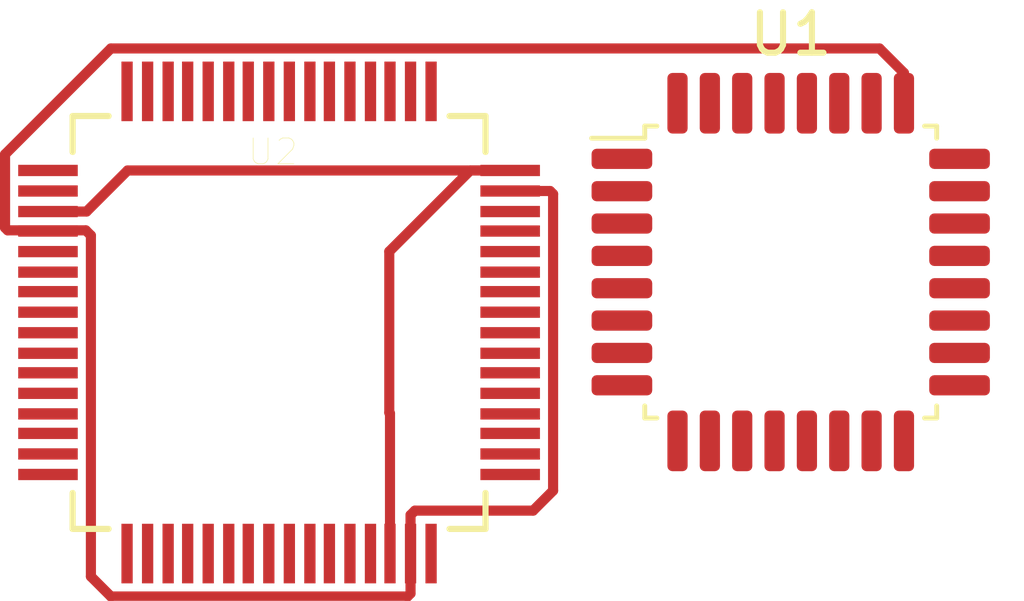
<source format=kicad_pcb>
(kicad_pcb (version 20171130) (host pcbnew "(5.1.6-0-10_14)")

  (general
    (thickness 1.6)
    (drawings 0)
    (tracks 28)
    (zones 0)
    (modules 2)
    (nets 92)
  )

  (page A4)
  (layers
    (0 F.Cu signal)
    (31 B.Cu signal)
    (32 B.Adhes user)
    (33 F.Adhes user)
    (34 B.Paste user)
    (35 F.Paste user)
    (36 B.SilkS user)
    (37 F.SilkS user)
    (38 B.Mask user)
    (39 F.Mask user)
    (40 Dwgs.User user)
    (41 Cmts.User user)
    (42 Eco1.User user)
    (43 Eco2.User user)
    (44 Edge.Cuts user)
    (45 Margin user)
    (46 B.CrtYd user)
    (47 F.CrtYd user)
    (48 B.Fab user)
    (49 F.Fab user)
  )

  (setup
    (last_trace_width 0.25)
    (trace_clearance 0.2)
    (zone_clearance 0.508)
    (zone_45_only no)
    (trace_min 0.2)
    (via_size 0.8)
    (via_drill 0.4)
    (via_min_size 0.4)
    (via_min_drill 0.3)
    (uvia_size 0.3)
    (uvia_drill 0.1)
    (uvias_allowed no)
    (uvia_min_size 0.2)
    (uvia_min_drill 0.1)
    (edge_width 0.05)
    (segment_width 0.2)
    (pcb_text_width 0.3)
    (pcb_text_size 1.5 1.5)
    (mod_edge_width 0.12)
    (mod_text_size 1 1)
    (mod_text_width 0.15)
    (pad_size 1.524 1.524)
    (pad_drill 0.762)
    (pad_to_mask_clearance 0.05)
    (aux_axis_origin 0 0)
    (visible_elements FFFFFF7F)
    (pcbplotparams
      (layerselection 0x010fc_ffffffff)
      (usegerberextensions false)
      (usegerberattributes true)
      (usegerberadvancedattributes true)
      (creategerberjobfile true)
      (excludeedgelayer true)
      (linewidth 0.100000)
      (plotframeref false)
      (viasonmask false)
      (mode 1)
      (useauxorigin false)
      (hpglpennumber 1)
      (hpglpenspeed 20)
      (hpglpendiameter 15.000000)
      (psnegative false)
      (psa4output false)
      (plotreference true)
      (plotvalue true)
      (plotinvisibletext false)
      (padsonsilk false)
      (subtractmaskfromsilk false)
      (outputformat 1)
      (mirror false)
      (drillshape 1)
      (scaleselection 1)
      (outputdirectory ""))
  )

  (net 0 "")
  (net 1 "Net-(U1-Pad1)")
  (net 2 "Net-(U1-Pad2)")
  (net 3 "Net-(U1-Pad3)")
  (net 4 "Net-(U1-Pad4)")
  (net 5 "Net-(U1-Pad5)")
  (net 6 "Net-(U1-Pad6)")
  (net 7 "Net-(U1-Pad7)")
  (net 8 "Net-(U1-Pad8)")
  (net 9 "Net-(U1-Pad9)")
  (net 10 "Net-(U1-Pad10)")
  (net 11 "Net-(U1-Pad11)")
  (net 12 "Net-(U1-Pad12)")
  (net 13 "Net-(U1-Pad13)")
  (net 14 "Net-(U1-Pad14)")
  (net 15 "Net-(U1-Pad15)")
  (net 16 "Net-(U1-Pad16)")
  (net 17 "Net-(U1-Pad17)")
  (net 18 "Net-(U1-Pad18)")
  (net 19 "Net-(U1-Pad19)")
  (net 20 "Net-(U1-Pad20)")
  (net 21 "Net-(U1-Pad21)")
  (net 22 "Net-(U1-Pad22)")
  (net 23 "Net-(U1-Pad23)")
  (net 24 "Net-(U1-Pad24)")
  (net 25 "Net-(U1-Pad25)")
  (net 26 "Net-(U1-Pad26)")
  (net 27 "Net-(U1-Pad27)")
  (net 28 "Net-(U1-Pad28)")
  (net 29 "Net-(U1-Pad29)")
  (net 30 "Net-(U1-Pad30)")
  (net 31 "Net-(U1-Pad31)")
  (net 32 "Net-(U1-Pad32)")
  (net 33 "Net-(U2-Pad1)")
  (net 34 "Net-(U2-Pad2)")
  (net 35 "Net-(U2-Pad3)")
  (net 36 "Net-(U2-Pad5)")
  (net 37 "Net-(U2-Pad6)")
  (net 38 "Net-(U2-Pad7)")
  (net 39 "Net-(U2-Pad8)")
  (net 40 "Net-(U2-Pad9)")
  (net 41 "Net-(U2-Pad10)")
  (net 42 "Net-(U2-Pad11)")
  (net 43 "Net-(U2-Pad12)")
  (net 44 "Net-(U2-Pad13)")
  (net 45 "Net-(U2-Pad14)")
  (net 46 "Net-(U2-Pad15)")
  (net 47 "Net-(U2-Pad16)")
  (net 48 "Net-(U2-Pad17)")
  (net 49 "Net-(U2-Pad18)")
  (net 50 "Net-(U2-Pad19)")
  (net 51 "Net-(U2-Pad20)")
  (net 52 "Net-(U2-Pad21)")
  (net 53 "Net-(U2-Pad22)")
  (net 54 "Net-(U2-Pad23)")
  (net 55 "Net-(U2-Pad24)")
  (net 56 "Net-(U2-Pad25)")
  (net 57 "Net-(U2-Pad26)")
  (net 58 "Net-(U2-Pad27)")
  (net 59 "Net-(U2-Pad28)")
  (net 60 "Net-(U2-Pad29)")
  (net 61 "Net-(U2-Pad32)")
  (net 62 "Net-(U2-Pad33)")
  (net 63 "Net-(U2-Pad34)")
  (net 64 "Net-(U2-Pad35)")
  (net 65 "Net-(U2-Pad36)")
  (net 66 "Net-(U2-Pad37)")
  (net 67 "Net-(U2-Pad38)")
  (net 68 "Net-(U2-Pad39)")
  (net 69 "Net-(U2-Pad40)")
  (net 70 "Net-(U2-Pad41)")
  (net 71 "Net-(U2-Pad42)")
  (net 72 "Net-(U2-Pad43)")
  (net 73 "Net-(U2-Pad44)")
  (net 74 "Net-(U2-Pad45)")
  (net 75 "Net-(U2-Pad46)")
  (net 76 "Net-(U2-Pad49)")
  (net 77 "Net-(U2-Pad50)")
  (net 78 "Net-(U2-Pad51)")
  (net 79 "Net-(U2-Pad52)")
  (net 80 "Net-(U2-Pad53)")
  (net 81 "Net-(U2-Pad54)")
  (net 82 "Net-(U2-Pad55)")
  (net 83 "Net-(U2-Pad56)")
  (net 84 "Net-(U2-Pad57)")
  (net 85 "Net-(U2-Pad58)")
  (net 86 "Net-(U2-Pad59)")
  (net 87 "Net-(U2-Pad60)")
  (net 88 "Net-(U2-Pad61)")
  (net 89 "Net-(U2-Pad62)")
  (net 90 "Net-(U2-Pad63)")
  (net 91 "Net-(U2-Pad64)")

  (net_class Default "This is the default net class."
    (clearance 0.2)
    (trace_width 0.25)
    (via_dia 0.8)
    (via_drill 0.4)
    (uvia_dia 0.3)
    (uvia_drill 0.1)
    (add_net "Net-(U1-Pad1)")
    (add_net "Net-(U1-Pad10)")
    (add_net "Net-(U1-Pad11)")
    (add_net "Net-(U1-Pad12)")
    (add_net "Net-(U1-Pad13)")
    (add_net "Net-(U1-Pad14)")
    (add_net "Net-(U1-Pad15)")
    (add_net "Net-(U1-Pad16)")
    (add_net "Net-(U1-Pad17)")
    (add_net "Net-(U1-Pad18)")
    (add_net "Net-(U1-Pad19)")
    (add_net "Net-(U1-Pad2)")
    (add_net "Net-(U1-Pad20)")
    (add_net "Net-(U1-Pad21)")
    (add_net "Net-(U1-Pad22)")
    (add_net "Net-(U1-Pad23)")
    (add_net "Net-(U1-Pad24)")
    (add_net "Net-(U1-Pad25)")
    (add_net "Net-(U1-Pad26)")
    (add_net "Net-(U1-Pad27)")
    (add_net "Net-(U1-Pad28)")
    (add_net "Net-(U1-Pad29)")
    (add_net "Net-(U1-Pad3)")
    (add_net "Net-(U1-Pad30)")
    (add_net "Net-(U1-Pad31)")
    (add_net "Net-(U1-Pad32)")
    (add_net "Net-(U1-Pad4)")
    (add_net "Net-(U1-Pad5)")
    (add_net "Net-(U1-Pad6)")
    (add_net "Net-(U1-Pad7)")
    (add_net "Net-(U1-Pad8)")
    (add_net "Net-(U1-Pad9)")
    (add_net "Net-(U2-Pad1)")
    (add_net "Net-(U2-Pad10)")
    (add_net "Net-(U2-Pad11)")
    (add_net "Net-(U2-Pad12)")
    (add_net "Net-(U2-Pad13)")
    (add_net "Net-(U2-Pad14)")
    (add_net "Net-(U2-Pad15)")
    (add_net "Net-(U2-Pad16)")
    (add_net "Net-(U2-Pad17)")
    (add_net "Net-(U2-Pad18)")
    (add_net "Net-(U2-Pad19)")
    (add_net "Net-(U2-Pad2)")
    (add_net "Net-(U2-Pad20)")
    (add_net "Net-(U2-Pad21)")
    (add_net "Net-(U2-Pad22)")
    (add_net "Net-(U2-Pad23)")
    (add_net "Net-(U2-Pad24)")
    (add_net "Net-(U2-Pad25)")
    (add_net "Net-(U2-Pad26)")
    (add_net "Net-(U2-Pad27)")
    (add_net "Net-(U2-Pad28)")
    (add_net "Net-(U2-Pad29)")
    (add_net "Net-(U2-Pad3)")
    (add_net "Net-(U2-Pad32)")
    (add_net "Net-(U2-Pad33)")
    (add_net "Net-(U2-Pad34)")
    (add_net "Net-(U2-Pad35)")
    (add_net "Net-(U2-Pad36)")
    (add_net "Net-(U2-Pad37)")
    (add_net "Net-(U2-Pad38)")
    (add_net "Net-(U2-Pad39)")
    (add_net "Net-(U2-Pad40)")
    (add_net "Net-(U2-Pad41)")
    (add_net "Net-(U2-Pad42)")
    (add_net "Net-(U2-Pad43)")
    (add_net "Net-(U2-Pad44)")
    (add_net "Net-(U2-Pad45)")
    (add_net "Net-(U2-Pad46)")
    (add_net "Net-(U2-Pad49)")
    (add_net "Net-(U2-Pad5)")
    (add_net "Net-(U2-Pad50)")
    (add_net "Net-(U2-Pad51)")
    (add_net "Net-(U2-Pad52)")
    (add_net "Net-(U2-Pad53)")
    (add_net "Net-(U2-Pad54)")
    (add_net "Net-(U2-Pad55)")
    (add_net "Net-(U2-Pad56)")
    (add_net "Net-(U2-Pad57)")
    (add_net "Net-(U2-Pad58)")
    (add_net "Net-(U2-Pad59)")
    (add_net "Net-(U2-Pad6)")
    (add_net "Net-(U2-Pad60)")
    (add_net "Net-(U2-Pad61)")
    (add_net "Net-(U2-Pad62)")
    (add_net "Net-(U2-Pad63)")
    (add_net "Net-(U2-Pad64)")
    (add_net "Net-(U2-Pad7)")
    (add_net "Net-(U2-Pad8)")
    (add_net "Net-(U2-Pad9)")
  )

  (module Package_QFP:LQFP-32_7x7mm_P0.8mm (layer F.Cu) (tedit 5D9F72AF) (tstamp 5F4A3B95)
    (at 154.105001 72.205001)
    (descr "LQFP, 32 Pin (https://www.nxp.com/docs/en/package-information/SOT358-1.pdf), generated with kicad-footprint-generator ipc_gullwing_generator.py")
    (tags "LQFP QFP")
    (path /5F49FA87)
    (attr smd)
    (fp_text reference U1 (at 0 -5.88) (layer F.SilkS)
      (effects (font (size 1 1) (thickness 0.15)))
    )
    (fp_text value MKL04Z32VLC4 (at 0 5.88) (layer F.Fab)
      (effects (font (size 1 1) (thickness 0.15)))
    )
    (fp_line (start 5.18 3.3) (end 5.18 0) (layer F.CrtYd) (width 0.05))
    (fp_line (start 3.75 3.3) (end 5.18 3.3) (layer F.CrtYd) (width 0.05))
    (fp_line (start 3.75 3.75) (end 3.75 3.3) (layer F.CrtYd) (width 0.05))
    (fp_line (start 3.3 3.75) (end 3.75 3.75) (layer F.CrtYd) (width 0.05))
    (fp_line (start 3.3 5.18) (end 3.3 3.75) (layer F.CrtYd) (width 0.05))
    (fp_line (start 0 5.18) (end 3.3 5.18) (layer F.CrtYd) (width 0.05))
    (fp_line (start -5.18 3.3) (end -5.18 0) (layer F.CrtYd) (width 0.05))
    (fp_line (start -3.75 3.3) (end -5.18 3.3) (layer F.CrtYd) (width 0.05))
    (fp_line (start -3.75 3.75) (end -3.75 3.3) (layer F.CrtYd) (width 0.05))
    (fp_line (start -3.3 3.75) (end -3.75 3.75) (layer F.CrtYd) (width 0.05))
    (fp_line (start -3.3 5.18) (end -3.3 3.75) (layer F.CrtYd) (width 0.05))
    (fp_line (start 0 5.18) (end -3.3 5.18) (layer F.CrtYd) (width 0.05))
    (fp_line (start 5.18 -3.3) (end 5.18 0) (layer F.CrtYd) (width 0.05))
    (fp_line (start 3.75 -3.3) (end 5.18 -3.3) (layer F.CrtYd) (width 0.05))
    (fp_line (start 3.75 -3.75) (end 3.75 -3.3) (layer F.CrtYd) (width 0.05))
    (fp_line (start 3.3 -3.75) (end 3.75 -3.75) (layer F.CrtYd) (width 0.05))
    (fp_line (start 3.3 -5.18) (end 3.3 -3.75) (layer F.CrtYd) (width 0.05))
    (fp_line (start 0 -5.18) (end 3.3 -5.18) (layer F.CrtYd) (width 0.05))
    (fp_line (start -5.18 -3.3) (end -5.18 0) (layer F.CrtYd) (width 0.05))
    (fp_line (start -3.75 -3.3) (end -5.18 -3.3) (layer F.CrtYd) (width 0.05))
    (fp_line (start -3.75 -3.75) (end -3.75 -3.3) (layer F.CrtYd) (width 0.05))
    (fp_line (start -3.3 -3.75) (end -3.75 -3.75) (layer F.CrtYd) (width 0.05))
    (fp_line (start -3.3 -5.18) (end -3.3 -3.75) (layer F.CrtYd) (width 0.05))
    (fp_line (start 0 -5.18) (end -3.3 -5.18) (layer F.CrtYd) (width 0.05))
    (fp_line (start -3.5 -2.5) (end -2.5 -3.5) (layer F.Fab) (width 0.1))
    (fp_line (start -3.5 3.5) (end -3.5 -2.5) (layer F.Fab) (width 0.1))
    (fp_line (start 3.5 3.5) (end -3.5 3.5) (layer F.Fab) (width 0.1))
    (fp_line (start 3.5 -3.5) (end 3.5 3.5) (layer F.Fab) (width 0.1))
    (fp_line (start -2.5 -3.5) (end 3.5 -3.5) (layer F.Fab) (width 0.1))
    (fp_line (start -3.61 -3.31) (end -4.925 -3.31) (layer F.SilkS) (width 0.12))
    (fp_line (start -3.61 -3.61) (end -3.61 -3.31) (layer F.SilkS) (width 0.12))
    (fp_line (start -3.31 -3.61) (end -3.61 -3.61) (layer F.SilkS) (width 0.12))
    (fp_line (start 3.61 -3.61) (end 3.61 -3.31) (layer F.SilkS) (width 0.12))
    (fp_line (start 3.31 -3.61) (end 3.61 -3.61) (layer F.SilkS) (width 0.12))
    (fp_line (start -3.61 3.61) (end -3.61 3.31) (layer F.SilkS) (width 0.12))
    (fp_line (start -3.31 3.61) (end -3.61 3.61) (layer F.SilkS) (width 0.12))
    (fp_line (start 3.61 3.61) (end 3.61 3.31) (layer F.SilkS) (width 0.12))
    (fp_line (start 3.31 3.61) (end 3.61 3.61) (layer F.SilkS) (width 0.12))
    (fp_text user %R (at 0 0) (layer F.Fab)
      (effects (font (size 1 1) (thickness 0.15)))
    )
    (pad 1 smd roundrect (at -4.175 -2.8) (size 1.5 0.5) (layers F.Cu F.Paste F.Mask) (roundrect_rratio 0.25)
      (net 1 "Net-(U1-Pad1)"))
    (pad 2 smd roundrect (at -4.175 -2) (size 1.5 0.5) (layers F.Cu F.Paste F.Mask) (roundrect_rratio 0.25)
      (net 2 "Net-(U1-Pad2)"))
    (pad 3 smd roundrect (at -4.175 -1.2) (size 1.5 0.5) (layers F.Cu F.Paste F.Mask) (roundrect_rratio 0.25)
      (net 3 "Net-(U1-Pad3)"))
    (pad 4 smd roundrect (at -4.175 -0.4) (size 1.5 0.5) (layers F.Cu F.Paste F.Mask) (roundrect_rratio 0.25)
      (net 4 "Net-(U1-Pad4)"))
    (pad 5 smd roundrect (at -4.175 0.4) (size 1.5 0.5) (layers F.Cu F.Paste F.Mask) (roundrect_rratio 0.25)
      (net 5 "Net-(U1-Pad5)"))
    (pad 6 smd roundrect (at -4.175 1.2) (size 1.5 0.5) (layers F.Cu F.Paste F.Mask) (roundrect_rratio 0.25)
      (net 6 "Net-(U1-Pad6)"))
    (pad 7 smd roundrect (at -4.175 2) (size 1.5 0.5) (layers F.Cu F.Paste F.Mask) (roundrect_rratio 0.25)
      (net 7 "Net-(U1-Pad7)"))
    (pad 8 smd roundrect (at -4.175 2.8) (size 1.5 0.5) (layers F.Cu F.Paste F.Mask) (roundrect_rratio 0.25)
      (net 8 "Net-(U1-Pad8)"))
    (pad 9 smd roundrect (at -2.8 4.175) (size 0.5 1.5) (layers F.Cu F.Paste F.Mask) (roundrect_rratio 0.25)
      (net 9 "Net-(U1-Pad9)"))
    (pad 10 smd roundrect (at -2 4.175) (size 0.5 1.5) (layers F.Cu F.Paste F.Mask) (roundrect_rratio 0.25)
      (net 10 "Net-(U1-Pad10)"))
    (pad 11 smd roundrect (at -1.2 4.175) (size 0.5 1.5) (layers F.Cu F.Paste F.Mask) (roundrect_rratio 0.25)
      (net 11 "Net-(U1-Pad11)"))
    (pad 12 smd roundrect (at -0.4 4.175) (size 0.5 1.5) (layers F.Cu F.Paste F.Mask) (roundrect_rratio 0.25)
      (net 12 "Net-(U1-Pad12)"))
    (pad 13 smd roundrect (at 0.4 4.175) (size 0.5 1.5) (layers F.Cu F.Paste F.Mask) (roundrect_rratio 0.25)
      (net 13 "Net-(U1-Pad13)"))
    (pad 14 smd roundrect (at 1.2 4.175) (size 0.5 1.5) (layers F.Cu F.Paste F.Mask) (roundrect_rratio 0.25)
      (net 14 "Net-(U1-Pad14)"))
    (pad 15 smd roundrect (at 2 4.175) (size 0.5 1.5) (layers F.Cu F.Paste F.Mask) (roundrect_rratio 0.25)
      (net 15 "Net-(U1-Pad15)"))
    (pad 16 smd roundrect (at 2.8 4.175) (size 0.5 1.5) (layers F.Cu F.Paste F.Mask) (roundrect_rratio 0.25)
      (net 16 "Net-(U1-Pad16)"))
    (pad 17 smd roundrect (at 4.175 2.8) (size 1.5 0.5) (layers F.Cu F.Paste F.Mask) (roundrect_rratio 0.25)
      (net 17 "Net-(U1-Pad17)"))
    (pad 18 smd roundrect (at 4.175 2) (size 1.5 0.5) (layers F.Cu F.Paste F.Mask) (roundrect_rratio 0.25)
      (net 18 "Net-(U1-Pad18)"))
    (pad 19 smd roundrect (at 4.175 1.2) (size 1.5 0.5) (layers F.Cu F.Paste F.Mask) (roundrect_rratio 0.25)
      (net 19 "Net-(U1-Pad19)"))
    (pad 20 smd roundrect (at 4.175 0.4) (size 1.5 0.5) (layers F.Cu F.Paste F.Mask) (roundrect_rratio 0.25)
      (net 20 "Net-(U1-Pad20)"))
    (pad 21 smd roundrect (at 4.175 -0.4) (size 1.5 0.5) (layers F.Cu F.Paste F.Mask) (roundrect_rratio 0.25)
      (net 21 "Net-(U1-Pad21)"))
    (pad 22 smd roundrect (at 4.175 -1.2) (size 1.5 0.5) (layers F.Cu F.Paste F.Mask) (roundrect_rratio 0.25)
      (net 22 "Net-(U1-Pad22)"))
    (pad 23 smd roundrect (at 4.175 -2) (size 1.5 0.5) (layers F.Cu F.Paste F.Mask) (roundrect_rratio 0.25)
      (net 23 "Net-(U1-Pad23)"))
    (pad 24 smd roundrect (at 4.175 -2.8) (size 1.5 0.5) (layers F.Cu F.Paste F.Mask) (roundrect_rratio 0.25)
      (net 24 "Net-(U1-Pad24)"))
    (pad 25 smd roundrect (at 2.8 -4.175) (size 0.5 1.5) (layers F.Cu F.Paste F.Mask) (roundrect_rratio 0.25)
      (net 25 "Net-(U1-Pad25)"))
    (pad 26 smd roundrect (at 2 -4.175) (size 0.5 1.5) (layers F.Cu F.Paste F.Mask) (roundrect_rratio 0.25)
      (net 26 "Net-(U1-Pad26)"))
    (pad 27 smd roundrect (at 1.2 -4.175) (size 0.5 1.5) (layers F.Cu F.Paste F.Mask) (roundrect_rratio 0.25)
      (net 27 "Net-(U1-Pad27)"))
    (pad 28 smd roundrect (at 0.4 -4.175) (size 0.5 1.5) (layers F.Cu F.Paste F.Mask) (roundrect_rratio 0.25)
      (net 28 "Net-(U1-Pad28)"))
    (pad 29 smd roundrect (at -0.4 -4.175) (size 0.5 1.5) (layers F.Cu F.Paste F.Mask) (roundrect_rratio 0.25)
      (net 29 "Net-(U1-Pad29)"))
    (pad 30 smd roundrect (at -1.2 -4.175) (size 0.5 1.5) (layers F.Cu F.Paste F.Mask) (roundrect_rratio 0.25)
      (net 30 "Net-(U1-Pad30)"))
    (pad 31 smd roundrect (at -2 -4.175) (size 0.5 1.5) (layers F.Cu F.Paste F.Mask) (roundrect_rratio 0.25)
      (net 31 "Net-(U1-Pad31)"))
    (pad 32 smd roundrect (at -2.8 -4.175) (size 0.5 1.5) (layers F.Cu F.Paste F.Mask) (roundrect_rratio 0.25)
      (net 32 "Net-(U1-Pad32)"))
    (model ${KISYS3DMOD}/Package_QFP.3dshapes/LQFP-32_7x7mm_P0.8mm.wrl
      (at (xyz 0 0 0))
      (scale (xyz 1 1 1))
      (rotate (xyz 0 0 0))
    )
  )

  (module mylib:QFP50P1200X1200X160-64N (layer F.Cu) (tedit 5F49D57F) (tstamp 5F4A3CE8)
    (at 141.4516 73.4516)
    (path /5F4A610C)
    (fp_text reference U2 (at -0.15247 -4.218392) (layer F.SilkS)
      (effects (font (size 0.640302 0.640302) (thickness 0.015)))
    )
    (fp_text value MK20DX256VLH7 (at 7.163209 4.038827) (layer Dwgs.User)
      (effects (font (size 0.640036 0.640036) (thickness 0.015)))
    )
    (fp_line (start -5.1054 -5.1054) (end -5.1054 5.1054) (layer F.Fab) (width 0.1524))
    (fp_line (start 5.1054 -5.1054) (end -5.1054 -5.1054) (layer F.Fab) (width 0.1524))
    (fp_line (start 5.1054 5.1054) (end 5.1054 -5.1054) (layer F.Fab) (width 0.1524))
    (fp_line (start -5.1054 5.1054) (end 5.1054 5.1054) (layer F.Fab) (width 0.1524))
    (fp_line (start -5.1054 -3.8354) (end -3.8354 -5.1054) (layer F.Fab) (width 0.1524))
    (fp_line (start 6.096 -3.8862) (end 5.1054 -3.8862) (layer F.Fab) (width 0.1524))
    (fp_line (start 6.096 -3.6068) (end 6.096 -3.8862) (layer F.Fab) (width 0.1524))
    (fp_line (start 5.1054 -3.6068) (end 6.096 -3.6068) (layer F.Fab) (width 0.1524))
    (fp_line (start 5.1054 -3.8862) (end 5.1054 -3.6068) (layer F.Fab) (width 0.1524))
    (fp_line (start 6.096 -3.3782) (end 5.1054 -3.3782) (layer F.Fab) (width 0.1524))
    (fp_line (start 6.096 -3.1242) (end 6.096 -3.3782) (layer F.Fab) (width 0.1524))
    (fp_line (start 5.1054 -3.1242) (end 6.096 -3.1242) (layer F.Fab) (width 0.1524))
    (fp_line (start 5.1054 -3.3782) (end 5.1054 -3.1242) (layer F.Fab) (width 0.1524))
    (fp_line (start 6.096 -2.8956) (end 5.1054 -2.8956) (layer F.Fab) (width 0.1524))
    (fp_line (start 6.096 -2.6162) (end 6.096 -2.8956) (layer F.Fab) (width 0.1524))
    (fp_line (start 5.1054 -2.6162) (end 6.096 -2.6162) (layer F.Fab) (width 0.1524))
    (fp_line (start 5.1054 -2.8956) (end 5.1054 -2.6162) (layer F.Fab) (width 0.1524))
    (fp_line (start 6.096 -2.3876) (end 5.1054 -2.3876) (layer F.Fab) (width 0.1524))
    (fp_line (start 6.096 -2.1082) (end 6.096 -2.3876) (layer F.Fab) (width 0.1524))
    (fp_line (start 5.1054 -2.1082) (end 6.096 -2.1082) (layer F.Fab) (width 0.1524))
    (fp_line (start 5.1054 -2.3876) (end 5.1054 -2.1082) (layer F.Fab) (width 0.1524))
    (fp_line (start 6.096 -1.8796) (end 5.1054 -1.8796) (layer F.Fab) (width 0.1524))
    (fp_line (start 6.096 -1.6256) (end 6.096 -1.8796) (layer F.Fab) (width 0.1524))
    (fp_line (start 5.1054 -1.6256) (end 6.096 -1.6256) (layer F.Fab) (width 0.1524))
    (fp_line (start 5.1054 -1.8796) (end 5.1054 -1.6256) (layer F.Fab) (width 0.1524))
    (fp_line (start 6.096 -1.397) (end 5.1054 -1.397) (layer F.Fab) (width 0.1524))
    (fp_line (start 6.096 -1.1176) (end 6.096 -1.397) (layer F.Fab) (width 0.1524))
    (fp_line (start 5.1054 -1.1176) (end 6.096 -1.1176) (layer F.Fab) (width 0.1524))
    (fp_line (start 5.1054 -1.397) (end 5.1054 -1.1176) (layer F.Fab) (width 0.1524))
    (fp_line (start 6.096 -0.889) (end 5.1054 -0.889) (layer F.Fab) (width 0.1524))
    (fp_line (start 6.096 -0.6096) (end 6.096 -0.889) (layer F.Fab) (width 0.1524))
    (fp_line (start 5.1054 -0.6096) (end 6.096 -0.6096) (layer F.Fab) (width 0.1524))
    (fp_line (start 5.1054 -0.889) (end 5.1054 -0.6096) (layer F.Fab) (width 0.1524))
    (fp_line (start 6.096 -0.381) (end 5.1054 -0.381) (layer F.Fab) (width 0.1524))
    (fp_line (start 6.096 -0.127) (end 6.096 -0.381) (layer F.Fab) (width 0.1524))
    (fp_line (start 5.1054 -0.127) (end 6.096 -0.127) (layer F.Fab) (width 0.1524))
    (fp_line (start 5.1054 -0.381) (end 5.1054 -0.127) (layer F.Fab) (width 0.1524))
    (fp_line (start 6.096 0.127) (end 5.1054 0.127) (layer F.Fab) (width 0.1524))
    (fp_line (start 6.096 0.381) (end 6.096 0.127) (layer F.Fab) (width 0.1524))
    (fp_line (start 5.1054 0.381) (end 6.096 0.381) (layer F.Fab) (width 0.1524))
    (fp_line (start 5.1054 0.127) (end 5.1054 0.381) (layer F.Fab) (width 0.1524))
    (fp_line (start 6.096 0.6096) (end 5.1054 0.6096) (layer F.Fab) (width 0.1524))
    (fp_line (start 6.096 0.889) (end 6.096 0.6096) (layer F.Fab) (width 0.1524))
    (fp_line (start 5.1054 0.889) (end 6.096 0.889) (layer F.Fab) (width 0.1524))
    (fp_line (start 5.1054 0.6096) (end 5.1054 0.889) (layer F.Fab) (width 0.1524))
    (fp_line (start 6.096 1.1176) (end 5.1054 1.1176) (layer F.Fab) (width 0.1524))
    (fp_line (start 6.096 1.397) (end 6.096 1.1176) (layer F.Fab) (width 0.1524))
    (fp_line (start 5.1054 1.397) (end 6.096 1.397) (layer F.Fab) (width 0.1524))
    (fp_line (start 5.1054 1.1176) (end 5.1054 1.397) (layer F.Fab) (width 0.1524))
    (fp_line (start 6.096 1.6256) (end 5.1054 1.6256) (layer F.Fab) (width 0.1524))
    (fp_line (start 6.096 1.8796) (end 6.096 1.6256) (layer F.Fab) (width 0.1524))
    (fp_line (start 5.1054 1.8796) (end 6.096 1.8796) (layer F.Fab) (width 0.1524))
    (fp_line (start 5.1054 1.6256) (end 5.1054 1.8796) (layer F.Fab) (width 0.1524))
    (fp_line (start 6.096 2.1082) (end 5.1054 2.1082) (layer F.Fab) (width 0.1524))
    (fp_line (start 6.096 2.3876) (end 6.096 2.1082) (layer F.Fab) (width 0.1524))
    (fp_line (start 5.1054 2.3876) (end 6.096 2.3876) (layer F.Fab) (width 0.1524))
    (fp_line (start 5.1054 2.1082) (end 5.1054 2.3876) (layer F.Fab) (width 0.1524))
    (fp_line (start 6.096 2.6162) (end 5.1054 2.6162) (layer F.Fab) (width 0.1524))
    (fp_line (start 6.096 2.8956) (end 6.096 2.6162) (layer F.Fab) (width 0.1524))
    (fp_line (start 5.1054 2.8956) (end 6.096 2.8956) (layer F.Fab) (width 0.1524))
    (fp_line (start 5.1054 2.6162) (end 5.1054 2.8956) (layer F.Fab) (width 0.1524))
    (fp_line (start 6.096 3.1242) (end 5.1054 3.1242) (layer F.Fab) (width 0.1524))
    (fp_line (start 6.096 3.3782) (end 6.096 3.1242) (layer F.Fab) (width 0.1524))
    (fp_line (start 5.1054 3.3782) (end 6.096 3.3782) (layer F.Fab) (width 0.1524))
    (fp_line (start 5.1054 3.1242) (end 5.1054 3.3782) (layer F.Fab) (width 0.1524))
    (fp_line (start 6.096 3.6068) (end 5.1054 3.6068) (layer F.Fab) (width 0.1524))
    (fp_line (start 6.096 3.8862) (end 6.096 3.6068) (layer F.Fab) (width 0.1524))
    (fp_line (start 5.1054 3.8862) (end 6.096 3.8862) (layer F.Fab) (width 0.1524))
    (fp_line (start 5.1054 3.6068) (end 5.1054 3.8862) (layer F.Fab) (width 0.1524))
    (fp_line (start 3.8862 6.096) (end 3.8862 5.1054) (layer F.Fab) (width 0.1524))
    (fp_line (start 3.6068 6.096) (end 3.8862 6.096) (layer F.Fab) (width 0.1524))
    (fp_line (start 3.6068 5.1054) (end 3.6068 6.096) (layer F.Fab) (width 0.1524))
    (fp_line (start 3.8862 5.1054) (end 3.6068 5.1054) (layer F.Fab) (width 0.1524))
    (fp_line (start 3.3782 6.096) (end 3.3782 5.1054) (layer F.Fab) (width 0.1524))
    (fp_line (start 3.1242 6.096) (end 3.3782 6.096) (layer F.Fab) (width 0.1524))
    (fp_line (start 3.1242 5.1054) (end 3.1242 6.096) (layer F.Fab) (width 0.1524))
    (fp_line (start 3.3782 5.1054) (end 3.1242 5.1054) (layer F.Fab) (width 0.1524))
    (fp_line (start 2.8956 6.096) (end 2.8956 5.1054) (layer F.Fab) (width 0.1524))
    (fp_line (start 2.6162 6.096) (end 2.8956 6.096) (layer F.Fab) (width 0.1524))
    (fp_line (start 2.6162 5.1054) (end 2.6162 6.096) (layer F.Fab) (width 0.1524))
    (fp_line (start 2.8956 5.1054) (end 2.6162 5.1054) (layer F.Fab) (width 0.1524))
    (fp_line (start 2.3876 6.096) (end 2.3876 5.1054) (layer F.Fab) (width 0.1524))
    (fp_line (start 2.1082 6.096) (end 2.3876 6.096) (layer F.Fab) (width 0.1524))
    (fp_line (start 2.1082 5.1054) (end 2.1082 6.096) (layer F.Fab) (width 0.1524))
    (fp_line (start 2.3876 5.1054) (end 2.1082 5.1054) (layer F.Fab) (width 0.1524))
    (fp_line (start 1.8796 6.096) (end 1.8796 5.1054) (layer F.Fab) (width 0.1524))
    (fp_line (start 1.6256 6.096) (end 1.8796 6.096) (layer F.Fab) (width 0.1524))
    (fp_line (start 1.6256 5.1054) (end 1.6256 6.096) (layer F.Fab) (width 0.1524))
    (fp_line (start 1.8796 5.1054) (end 1.6256 5.1054) (layer F.Fab) (width 0.1524))
    (fp_line (start 1.397 6.096) (end 1.397 5.1054) (layer F.Fab) (width 0.1524))
    (fp_line (start 1.1176 6.096) (end 1.397 6.096) (layer F.Fab) (width 0.1524))
    (fp_line (start 1.1176 5.1054) (end 1.1176 6.096) (layer F.Fab) (width 0.1524))
    (fp_line (start 1.397 5.1054) (end 1.1176 5.1054) (layer F.Fab) (width 0.1524))
    (fp_line (start 0.889 6.096) (end 0.889 5.1054) (layer F.Fab) (width 0.1524))
    (fp_line (start 0.6096 6.096) (end 0.889 6.096) (layer F.Fab) (width 0.1524))
    (fp_line (start 0.6096 5.1054) (end 0.6096 6.096) (layer F.Fab) (width 0.1524))
    (fp_line (start 0.889 5.1054) (end 0.6096 5.1054) (layer F.Fab) (width 0.1524))
    (fp_line (start 0.381 6.096) (end 0.381 5.1054) (layer F.Fab) (width 0.1524))
    (fp_line (start 0.127 6.096) (end 0.381 6.096) (layer F.Fab) (width 0.1524))
    (fp_line (start 0.127 5.1054) (end 0.127 6.096) (layer F.Fab) (width 0.1524))
    (fp_line (start 0.381 5.1054) (end 0.127 5.1054) (layer F.Fab) (width 0.1524))
    (fp_line (start -0.127 6.096) (end -0.127 5.1054) (layer F.Fab) (width 0.1524))
    (fp_line (start -0.381 6.096) (end -0.127 6.096) (layer F.Fab) (width 0.1524))
    (fp_line (start -0.381 5.1054) (end -0.381 6.096) (layer F.Fab) (width 0.1524))
    (fp_line (start -0.127 5.1054) (end -0.381 5.1054) (layer F.Fab) (width 0.1524))
    (fp_line (start -0.6096 6.096) (end -0.6096 5.1054) (layer F.Fab) (width 0.1524))
    (fp_line (start -0.889 6.096) (end -0.6096 6.096) (layer F.Fab) (width 0.1524))
    (fp_line (start -0.889 5.1054) (end -0.889 6.096) (layer F.Fab) (width 0.1524))
    (fp_line (start -0.6096 5.1054) (end -0.889 5.1054) (layer F.Fab) (width 0.1524))
    (fp_line (start -1.1176 6.096) (end -1.1176 5.1054) (layer F.Fab) (width 0.1524))
    (fp_line (start -1.397 6.096) (end -1.1176 6.096) (layer F.Fab) (width 0.1524))
    (fp_line (start -1.397 5.1054) (end -1.397 6.096) (layer F.Fab) (width 0.1524))
    (fp_line (start -1.1176 5.1054) (end -1.397 5.1054) (layer F.Fab) (width 0.1524))
    (fp_line (start -1.6256 6.096) (end -1.6256 5.1054) (layer F.Fab) (width 0.1524))
    (fp_line (start -1.8796 6.096) (end -1.6256 6.096) (layer F.Fab) (width 0.1524))
    (fp_line (start -1.8796 5.1054) (end -1.8796 6.096) (layer F.Fab) (width 0.1524))
    (fp_line (start -1.6256 5.1054) (end -1.8796 5.1054) (layer F.Fab) (width 0.1524))
    (fp_line (start -2.1082 6.096) (end -2.1082 5.1054) (layer F.Fab) (width 0.1524))
    (fp_line (start -2.3876 6.096) (end -2.1082 6.096) (layer F.Fab) (width 0.1524))
    (fp_line (start -2.3876 5.1054) (end -2.3876 6.096) (layer F.Fab) (width 0.1524))
    (fp_line (start -2.1082 5.1054) (end -2.3876 5.1054) (layer F.Fab) (width 0.1524))
    (fp_line (start -2.6162 6.096) (end -2.6162 5.1054) (layer F.Fab) (width 0.1524))
    (fp_line (start -2.8956 6.096) (end -2.6162 6.096) (layer F.Fab) (width 0.1524))
    (fp_line (start -2.8956 5.1054) (end -2.8956 6.096) (layer F.Fab) (width 0.1524))
    (fp_line (start -2.6162 5.1054) (end -2.8956 5.1054) (layer F.Fab) (width 0.1524))
    (fp_line (start -3.1242 6.096) (end -3.1242 5.1054) (layer F.Fab) (width 0.1524))
    (fp_line (start -3.3782 6.096) (end -3.1242 6.096) (layer F.Fab) (width 0.1524))
    (fp_line (start -3.3782 5.1054) (end -3.3782 6.096) (layer F.Fab) (width 0.1524))
    (fp_line (start -3.1242 5.1054) (end -3.3782 5.1054) (layer F.Fab) (width 0.1524))
    (fp_line (start -3.6068 6.096) (end -3.6068 5.1054) (layer F.Fab) (width 0.1524))
    (fp_line (start -3.8862 6.096) (end -3.6068 6.096) (layer F.Fab) (width 0.1524))
    (fp_line (start -3.8862 5.1054) (end -3.8862 6.096) (layer F.Fab) (width 0.1524))
    (fp_line (start -3.6068 5.1054) (end -3.8862 5.1054) (layer F.Fab) (width 0.1524))
    (fp_line (start -6.096 3.8862) (end -5.1054 3.8862) (layer F.Fab) (width 0.1524))
    (fp_line (start -6.096 3.6068) (end -6.096 3.8862) (layer F.Fab) (width 0.1524))
    (fp_line (start -5.1054 3.6068) (end -6.096 3.6068) (layer F.Fab) (width 0.1524))
    (fp_line (start -5.1054 3.8862) (end -5.1054 3.6068) (layer F.Fab) (width 0.1524))
    (fp_line (start -6.096 3.3782) (end -5.1054 3.3782) (layer F.Fab) (width 0.1524))
    (fp_line (start -6.096 3.1242) (end -6.096 3.3782) (layer F.Fab) (width 0.1524))
    (fp_line (start -5.1054 3.1242) (end -6.096 3.1242) (layer F.Fab) (width 0.1524))
    (fp_line (start -5.1054 3.3782) (end -5.1054 3.1242) (layer F.Fab) (width 0.1524))
    (fp_line (start -6.096 2.8956) (end -5.1054 2.8956) (layer F.Fab) (width 0.1524))
    (fp_line (start -6.096 2.6162) (end -6.096 2.8956) (layer F.Fab) (width 0.1524))
    (fp_line (start -5.1054 2.6162) (end -6.096 2.6162) (layer F.Fab) (width 0.1524))
    (fp_line (start -5.1054 2.8956) (end -5.1054 2.6162) (layer F.Fab) (width 0.1524))
    (fp_line (start -6.096 2.3876) (end -5.1054 2.3876) (layer F.Fab) (width 0.1524))
    (fp_line (start -6.096 2.1082) (end -6.096 2.3876) (layer F.Fab) (width 0.1524))
    (fp_line (start -5.1054 2.1082) (end -6.096 2.1082) (layer F.Fab) (width 0.1524))
    (fp_line (start -5.1054 2.3876) (end -5.1054 2.1082) (layer F.Fab) (width 0.1524))
    (fp_line (start -6.096 1.8796) (end -5.1054 1.8796) (layer F.Fab) (width 0.1524))
    (fp_line (start -6.096 1.6256) (end -6.096 1.8796) (layer F.Fab) (width 0.1524))
    (fp_line (start -5.1054 1.6256) (end -6.096 1.6256) (layer F.Fab) (width 0.1524))
    (fp_line (start -5.1054 1.8796) (end -5.1054 1.6256) (layer F.Fab) (width 0.1524))
    (fp_line (start -6.096 1.397) (end -5.1054 1.397) (layer F.Fab) (width 0.1524))
    (fp_line (start -6.096 1.1176) (end -6.096 1.397) (layer F.Fab) (width 0.1524))
    (fp_line (start -5.1054 1.1176) (end -6.096 1.1176) (layer F.Fab) (width 0.1524))
    (fp_line (start -5.1054 1.397) (end -5.1054 1.1176) (layer F.Fab) (width 0.1524))
    (fp_line (start -6.096 0.889) (end -5.1054 0.889) (layer F.Fab) (width 0.1524))
    (fp_line (start -6.096 0.6096) (end -6.096 0.889) (layer F.Fab) (width 0.1524))
    (fp_line (start -5.1054 0.6096) (end -6.096 0.6096) (layer F.Fab) (width 0.1524))
    (fp_line (start -5.1054 0.889) (end -5.1054 0.6096) (layer F.Fab) (width 0.1524))
    (fp_line (start -6.096 0.381) (end -5.1054 0.381) (layer F.Fab) (width 0.1524))
    (fp_line (start -6.096 0.127) (end -6.096 0.381) (layer F.Fab) (width 0.1524))
    (fp_line (start -5.1054 0.127) (end -6.096 0.127) (layer F.Fab) (width 0.1524))
    (fp_line (start -5.1054 0.381) (end -5.1054 0.127) (layer F.Fab) (width 0.1524))
    (fp_line (start -6.096 -0.127) (end -5.1054 -0.127) (layer F.Fab) (width 0.1524))
    (fp_line (start -6.096 -0.381) (end -6.096 -0.127) (layer F.Fab) (width 0.1524))
    (fp_line (start -5.1054 -0.381) (end -6.096 -0.381) (layer F.Fab) (width 0.1524))
    (fp_line (start -5.1054 -0.127) (end -5.1054 -0.381) (layer F.Fab) (width 0.1524))
    (fp_line (start -6.096 -0.6096) (end -5.1054 -0.6096) (layer F.Fab) (width 0.1524))
    (fp_line (start -6.096 -0.889) (end -6.096 -0.6096) (layer F.Fab) (width 0.1524))
    (fp_line (start -5.1054 -0.889) (end -6.096 -0.889) (layer F.Fab) (width 0.1524))
    (fp_line (start -5.1054 -0.6096) (end -5.1054 -0.889) (layer F.Fab) (width 0.1524))
    (fp_line (start -6.096 -1.1176) (end -5.1054 -1.1176) (layer F.Fab) (width 0.1524))
    (fp_line (start -6.096 -1.397) (end -6.096 -1.1176) (layer F.Fab) (width 0.1524))
    (fp_line (start -5.1054 -1.397) (end -6.096 -1.397) (layer F.Fab) (width 0.1524))
    (fp_line (start -5.1054 -1.1176) (end -5.1054 -1.397) (layer F.Fab) (width 0.1524))
    (fp_line (start -6.096 -1.6256) (end -5.1054 -1.6256) (layer F.Fab) (width 0.1524))
    (fp_line (start -6.096 -1.8796) (end -6.096 -1.6256) (layer F.Fab) (width 0.1524))
    (fp_line (start -5.1054 -1.8796) (end -6.096 -1.8796) (layer F.Fab) (width 0.1524))
    (fp_line (start -5.1054 -1.6256) (end -5.1054 -1.8796) (layer F.Fab) (width 0.1524))
    (fp_line (start -6.096 -2.1082) (end -5.1054 -2.1082) (layer F.Fab) (width 0.1524))
    (fp_line (start -6.096 -2.3876) (end -6.096 -2.1082) (layer F.Fab) (width 0.1524))
    (fp_line (start -5.1054 -2.3876) (end -6.096 -2.3876) (layer F.Fab) (width 0.1524))
    (fp_line (start -5.1054 -2.1082) (end -5.1054 -2.3876) (layer F.Fab) (width 0.1524))
    (fp_line (start -6.096 -2.6162) (end -5.1054 -2.6162) (layer F.Fab) (width 0.1524))
    (fp_line (start -6.096 -2.8956) (end -6.096 -2.6162) (layer F.Fab) (width 0.1524))
    (fp_line (start -5.1054 -2.8956) (end -6.096 -2.8956) (layer F.Fab) (width 0.1524))
    (fp_line (start -5.1054 -2.6162) (end -5.1054 -2.8956) (layer F.Fab) (width 0.1524))
    (fp_line (start -6.096 -3.1242) (end -5.1054 -3.1242) (layer F.Fab) (width 0.1524))
    (fp_line (start -6.096 -3.3782) (end -6.096 -3.1242) (layer F.Fab) (width 0.1524))
    (fp_line (start -5.1054 -3.3782) (end -6.096 -3.3782) (layer F.Fab) (width 0.1524))
    (fp_line (start -5.1054 -3.1242) (end -5.1054 -3.3782) (layer F.Fab) (width 0.1524))
    (fp_line (start -6.096 -3.6068) (end -5.1054 -3.6068) (layer F.Fab) (width 0.1524))
    (fp_line (start -6.096 -3.8862) (end -6.096 -3.6068) (layer F.Fab) (width 0.1524))
    (fp_line (start -5.1054 -3.8862) (end -6.096 -3.8862) (layer F.Fab) (width 0.1524))
    (fp_line (start -5.1054 -3.8354) (end -5.1054 -3.8862) (layer F.Fab) (width 0.1524))
    (fp_line (start -5.1054 -3.6068) (end -5.1054 -3.8354) (layer F.Fab) (width 0.1524))
    (fp_line (start -3.8862 -6.096) (end -3.8862 -5.1054) (layer F.Fab) (width 0.1524))
    (fp_line (start -3.6068 -6.096) (end -3.8862 -6.096) (layer F.Fab) (width 0.1524))
    (fp_line (start -3.6068 -5.1054) (end -3.6068 -6.096) (layer F.Fab) (width 0.1524))
    (fp_line (start -3.8354 -5.1054) (end -3.6068 -5.1054) (layer F.Fab) (width 0.1524))
    (fp_line (start -3.8862 -5.1054) (end -3.8354 -5.1054) (layer F.Fab) (width 0.1524))
    (fp_line (start -3.3782 -6.096) (end -3.3782 -5.1054) (layer F.Fab) (width 0.1524))
    (fp_line (start -3.1242 -6.096) (end -3.3782 -6.096) (layer F.Fab) (width 0.1524))
    (fp_line (start -3.1242 -5.1054) (end -3.1242 -6.096) (layer F.Fab) (width 0.1524))
    (fp_line (start -3.3782 -5.1054) (end -3.1242 -5.1054) (layer F.Fab) (width 0.1524))
    (fp_line (start -2.8956 -6.096) (end -2.8956 -5.1054) (layer F.Fab) (width 0.1524))
    (fp_line (start -2.6162 -6.096) (end -2.8956 -6.096) (layer F.Fab) (width 0.1524))
    (fp_line (start -2.6162 -5.1054) (end -2.6162 -6.096) (layer F.Fab) (width 0.1524))
    (fp_line (start -2.8956 -5.1054) (end -2.6162 -5.1054) (layer F.Fab) (width 0.1524))
    (fp_line (start -2.3876 -6.096) (end -2.3876 -5.1054) (layer F.Fab) (width 0.1524))
    (fp_line (start -2.1082 -6.096) (end -2.3876 -6.096) (layer F.Fab) (width 0.1524))
    (fp_line (start -2.1082 -5.1054) (end -2.1082 -6.096) (layer F.Fab) (width 0.1524))
    (fp_line (start -2.3876 -5.1054) (end -2.1082 -5.1054) (layer F.Fab) (width 0.1524))
    (fp_line (start -1.8796 -6.096) (end -1.8796 -5.1054) (layer F.Fab) (width 0.1524))
    (fp_line (start -1.6256 -6.096) (end -1.8796 -6.096) (layer F.Fab) (width 0.1524))
    (fp_line (start -1.6256 -5.1054) (end -1.6256 -6.096) (layer F.Fab) (width 0.1524))
    (fp_line (start -1.8796 -5.1054) (end -1.6256 -5.1054) (layer F.Fab) (width 0.1524))
    (fp_line (start -1.397 -6.096) (end -1.397 -5.1054) (layer F.Fab) (width 0.1524))
    (fp_line (start -1.1176 -6.096) (end -1.397 -6.096) (layer F.Fab) (width 0.1524))
    (fp_line (start -1.1176 -5.1054) (end -1.1176 -6.096) (layer F.Fab) (width 0.1524))
    (fp_line (start -1.397 -5.1054) (end -1.1176 -5.1054) (layer F.Fab) (width 0.1524))
    (fp_line (start -0.889 -6.096) (end -0.889 -5.1054) (layer F.Fab) (width 0.1524))
    (fp_line (start -0.6096 -6.096) (end -0.889 -6.096) (layer F.Fab) (width 0.1524))
    (fp_line (start -0.6096 -5.1054) (end -0.6096 -6.096) (layer F.Fab) (width 0.1524))
    (fp_line (start -0.889 -5.1054) (end -0.6096 -5.1054) (layer F.Fab) (width 0.1524))
    (fp_line (start -0.381 -6.096) (end -0.381 -5.1054) (layer F.Fab) (width 0.1524))
    (fp_line (start -0.127 -6.096) (end -0.381 -6.096) (layer F.Fab) (width 0.1524))
    (fp_line (start -0.127 -5.1054) (end -0.127 -6.096) (layer F.Fab) (width 0.1524))
    (fp_line (start -0.381 -5.1054) (end -0.127 -5.1054) (layer F.Fab) (width 0.1524))
    (fp_line (start 0.127 -6.096) (end 0.127 -5.1054) (layer F.Fab) (width 0.1524))
    (fp_line (start 0.381 -6.096) (end 0.127 -6.096) (layer F.Fab) (width 0.1524))
    (fp_line (start 0.381 -5.1054) (end 0.381 -6.096) (layer F.Fab) (width 0.1524))
    (fp_line (start 0.127 -5.1054) (end 0.381 -5.1054) (layer F.Fab) (width 0.1524))
    (fp_line (start 0.6096 -6.096) (end 0.6096 -5.1054) (layer F.Fab) (width 0.1524))
    (fp_line (start 0.889 -6.096) (end 0.6096 -6.096) (layer F.Fab) (width 0.1524))
    (fp_line (start 0.889 -5.1054) (end 0.889 -6.096) (layer F.Fab) (width 0.1524))
    (fp_line (start 0.6096 -5.1054) (end 0.889 -5.1054) (layer F.Fab) (width 0.1524))
    (fp_line (start 1.1176 -6.096) (end 1.1176 -5.1054) (layer F.Fab) (width 0.1524))
    (fp_line (start 1.397 -6.096) (end 1.1176 -6.096) (layer F.Fab) (width 0.1524))
    (fp_line (start 1.397 -5.1054) (end 1.397 -6.096) (layer F.Fab) (width 0.1524))
    (fp_line (start 1.1176 -5.1054) (end 1.397 -5.1054) (layer F.Fab) (width 0.1524))
    (fp_line (start 1.6256 -6.096) (end 1.6256 -5.1054) (layer F.Fab) (width 0.1524))
    (fp_line (start 1.8796 -6.096) (end 1.6256 -6.096) (layer F.Fab) (width 0.1524))
    (fp_line (start 1.8796 -5.1054) (end 1.8796 -6.096) (layer F.Fab) (width 0.1524))
    (fp_line (start 1.6256 -5.1054) (end 1.8796 -5.1054) (layer F.Fab) (width 0.1524))
    (fp_line (start 2.1082 -6.096) (end 2.1082 -5.1054) (layer F.Fab) (width 0.1524))
    (fp_line (start 2.3876 -6.096) (end 2.1082 -6.096) (layer F.Fab) (width 0.1524))
    (fp_line (start 2.3876 -5.1054) (end 2.3876 -6.096) (layer F.Fab) (width 0.1524))
    (fp_line (start 2.1082 -5.1054) (end 2.3876 -5.1054) (layer F.Fab) (width 0.1524))
    (fp_line (start 2.6162 -6.096) (end 2.6162 -5.1054) (layer F.Fab) (width 0.1524))
    (fp_line (start 2.8956 -6.096) (end 2.6162 -6.096) (layer F.Fab) (width 0.1524))
    (fp_line (start 2.8956 -5.1054) (end 2.8956 -6.096) (layer F.Fab) (width 0.1524))
    (fp_line (start 2.6162 -5.1054) (end 2.8956 -5.1054) (layer F.Fab) (width 0.1524))
    (fp_line (start 3.1242 -6.096) (end 3.1242 -5.1054) (layer F.Fab) (width 0.1524))
    (fp_line (start 3.3782 -6.096) (end 3.1242 -6.096) (layer F.Fab) (width 0.1524))
    (fp_line (start 3.3782 -5.1054) (end 3.3782 -6.096) (layer F.Fab) (width 0.1524))
    (fp_line (start 3.1242 -5.1054) (end 3.3782 -5.1054) (layer F.Fab) (width 0.1524))
    (fp_line (start 3.6068 -6.096) (end 3.6068 -5.1054) (layer F.Fab) (width 0.1524))
    (fp_line (start 3.8862 -6.096) (end 3.6068 -6.096) (layer F.Fab) (width 0.1524))
    (fp_line (start 3.8862 -5.1054) (end 3.8862 -6.096) (layer F.Fab) (width 0.1524))
    (fp_line (start 3.6068 -5.1054) (end 3.8862 -5.1054) (layer F.Fab) (width 0.1524))
    (fp_line (start -5.1054 4.2164) (end -5.1054 5.1054) (layer F.SilkS) (width 0.1524))
    (fp_line (start -5.1054 -5.1054) (end -5.1054 -4.2164) (layer F.SilkS) (width 0.1524))
    (fp_line (start 5.1054 -5.1054) (end 4.2164 -5.1054) (layer F.SilkS) (width 0.1524))
    (fp_line (start 5.1054 5.1054) (end 5.1054 4.2164) (layer F.SilkS) (width 0.1524))
    (fp_line (start -5.1054 5.1054) (end -4.2164 5.1054) (layer F.SilkS) (width 0.1524))
    (fp_line (start 4.2164 5.1054) (end 5.1054 5.1054) (layer F.SilkS) (width 0.1524))
    (fp_line (start 5.1054 -4.2164) (end 5.1054 -5.1054) (layer F.SilkS) (width 0.1524))
    (fp_line (start -4.2164 -5.1054) (end -5.1054 -5.1054) (layer F.SilkS) (width 0.1524))
    (pad 1 smd rect (at -5.715 -3.7592) (size 1.4732 0.2794) (layers F.Cu F.Paste F.Mask)
      (net 33 "Net-(U2-Pad1)"))
    (pad 2 smd rect (at -5.715 -3.2512) (size 1.4732 0.2794) (layers F.Cu F.Paste F.Mask)
      (net 34 "Net-(U2-Pad2)"))
    (pad 3 smd rect (at -5.715 -2.7432) (size 1.4732 0.2794) (layers F.Cu F.Paste F.Mask)
      (net 35 "Net-(U2-Pad3)"))
    (pad 4 smd rect (at -5.715 -2.2606) (size 1.4732 0.2794) (layers F.Cu F.Paste F.Mask)
      (net 25 "Net-(U1-Pad25)"))
    (pad 5 smd rect (at -5.715 -1.7526) (size 1.4732 0.2794) (layers F.Cu F.Paste F.Mask)
      (net 36 "Net-(U2-Pad5)"))
    (pad 6 smd rect (at -5.715 -1.2446) (size 1.4732 0.2794) (layers F.Cu F.Paste F.Mask)
      (net 37 "Net-(U2-Pad6)"))
    (pad 7 smd rect (at -5.715 -0.762) (size 1.4732 0.2794) (layers F.Cu F.Paste F.Mask)
      (net 38 "Net-(U2-Pad7)"))
    (pad 8 smd rect (at -5.715 -0.254) (size 1.4732 0.2794) (layers F.Cu F.Paste F.Mask)
      (net 39 "Net-(U2-Pad8)"))
    (pad 9 smd rect (at -5.715 0.254) (size 1.4732 0.2794) (layers F.Cu F.Paste F.Mask)
      (net 40 "Net-(U2-Pad9)"))
    (pad 10 smd rect (at -5.715 0.762) (size 1.4732 0.2794) (layers F.Cu F.Paste F.Mask)
      (net 41 "Net-(U2-Pad10)"))
    (pad 11 smd rect (at -5.715 1.2446) (size 1.4732 0.2794) (layers F.Cu F.Paste F.Mask)
      (net 42 "Net-(U2-Pad11)"))
    (pad 12 smd rect (at -5.715 1.7526) (size 1.4732 0.2794) (layers F.Cu F.Paste F.Mask)
      (net 43 "Net-(U2-Pad12)"))
    (pad 13 smd rect (at -5.715 2.2606) (size 1.4732 0.2794) (layers F.Cu F.Paste F.Mask)
      (net 44 "Net-(U2-Pad13)"))
    (pad 14 smd rect (at -5.715 2.7432) (size 1.4732 0.2794) (layers F.Cu F.Paste F.Mask)
      (net 45 "Net-(U2-Pad14)"))
    (pad 15 smd rect (at -5.715 3.2512) (size 1.4732 0.2794) (layers F.Cu F.Paste F.Mask)
      (net 46 "Net-(U2-Pad15)"))
    (pad 16 smd rect (at -5.715 3.7592) (size 1.4732 0.2794) (layers F.Cu F.Paste F.Mask)
      (net 47 "Net-(U2-Pad16)"))
    (pad 17 smd rect (at -3.7592 5.715) (size 0.2794 1.4732) (layers F.Cu F.Paste F.Mask)
      (net 48 "Net-(U2-Pad17)"))
    (pad 18 smd rect (at -3.2512 5.715) (size 0.2794 1.4732) (layers F.Cu F.Paste F.Mask)
      (net 49 "Net-(U2-Pad18)"))
    (pad 19 smd rect (at -2.7432 5.715) (size 0.2794 1.4732) (layers F.Cu F.Paste F.Mask)
      (net 50 "Net-(U2-Pad19)"))
    (pad 20 smd rect (at -2.2606 5.715) (size 0.2794 1.4732) (layers F.Cu F.Paste F.Mask)
      (net 51 "Net-(U2-Pad20)"))
    (pad 21 smd rect (at -1.7526 5.715) (size 0.2794 1.4732) (layers F.Cu F.Paste F.Mask)
      (net 52 "Net-(U2-Pad21)"))
    (pad 22 smd rect (at -1.2446 5.715) (size 0.2794 1.4732) (layers F.Cu F.Paste F.Mask)
      (net 53 "Net-(U2-Pad22)"))
    (pad 23 smd rect (at -0.762 5.715) (size 0.2794 1.4732) (layers F.Cu F.Paste F.Mask)
      (net 54 "Net-(U2-Pad23)"))
    (pad 24 smd rect (at -0.254 5.715) (size 0.2794 1.4732) (layers F.Cu F.Paste F.Mask)
      (net 55 "Net-(U2-Pad24)"))
    (pad 25 smd rect (at 0.254 5.715) (size 0.2794 1.4732) (layers F.Cu F.Paste F.Mask)
      (net 56 "Net-(U2-Pad25)"))
    (pad 26 smd rect (at 0.762 5.715) (size 0.2794 1.4732) (layers F.Cu F.Paste F.Mask)
      (net 57 "Net-(U2-Pad26)"))
    (pad 27 smd rect (at 1.2446 5.715) (size 0.2794 1.4732) (layers F.Cu F.Paste F.Mask)
      (net 58 "Net-(U2-Pad27)"))
    (pad 28 smd rect (at 1.7526 5.715) (size 0.2794 1.4732) (layers F.Cu F.Paste F.Mask)
      (net 59 "Net-(U2-Pad28)"))
    (pad 29 smd rect (at 2.2606 5.715) (size 0.2794 1.4732) (layers F.Cu F.Paste F.Mask)
      (net 60 "Net-(U2-Pad29)"))
    (pad 30 smd rect (at 2.7432 5.715) (size 0.2794 1.4732) (layers F.Cu F.Paste F.Mask)
      (net 35 "Net-(U2-Pad3)"))
    (pad 31 smd rect (at 3.2512 5.715) (size 0.2794 1.4732) (layers F.Cu F.Paste F.Mask)
      (net 25 "Net-(U1-Pad25)"))
    (pad 32 smd rect (at 3.7592 5.715) (size 0.2794 1.4732) (layers F.Cu F.Paste F.Mask)
      (net 61 "Net-(U2-Pad32)"))
    (pad 33 smd rect (at 5.715 3.7592) (size 1.4732 0.2794) (layers F.Cu F.Paste F.Mask)
      (net 62 "Net-(U2-Pad33)"))
    (pad 34 smd rect (at 5.715 3.2512) (size 1.4732 0.2794) (layers F.Cu F.Paste F.Mask)
      (net 63 "Net-(U2-Pad34)"))
    (pad 35 smd rect (at 5.715 2.7432) (size 1.4732 0.2794) (layers F.Cu F.Paste F.Mask)
      (net 64 "Net-(U2-Pad35)"))
    (pad 36 smd rect (at 5.715 2.2606) (size 1.4732 0.2794) (layers F.Cu F.Paste F.Mask)
      (net 65 "Net-(U2-Pad36)"))
    (pad 37 smd rect (at 5.715 1.7526) (size 1.4732 0.2794) (layers F.Cu F.Paste F.Mask)
      (net 66 "Net-(U2-Pad37)"))
    (pad 38 smd rect (at 5.715 1.2446) (size 1.4732 0.2794) (layers F.Cu F.Paste F.Mask)
      (net 67 "Net-(U2-Pad38)"))
    (pad 39 smd rect (at 5.715 0.762) (size 1.4732 0.2794) (layers F.Cu F.Paste F.Mask)
      (net 68 "Net-(U2-Pad39)"))
    (pad 40 smd rect (at 5.715 0.254) (size 1.4732 0.2794) (layers F.Cu F.Paste F.Mask)
      (net 69 "Net-(U2-Pad40)"))
    (pad 41 smd rect (at 5.715 -0.254) (size 1.4732 0.2794) (layers F.Cu F.Paste F.Mask)
      (net 70 "Net-(U2-Pad41)"))
    (pad 42 smd rect (at 5.715 -0.762) (size 1.4732 0.2794) (layers F.Cu F.Paste F.Mask)
      (net 71 "Net-(U2-Pad42)"))
    (pad 43 smd rect (at 5.715 -1.2446) (size 1.4732 0.2794) (layers F.Cu F.Paste F.Mask)
      (net 72 "Net-(U2-Pad43)"))
    (pad 44 smd rect (at 5.715 -1.7526) (size 1.4732 0.2794) (layers F.Cu F.Paste F.Mask)
      (net 73 "Net-(U2-Pad44)"))
    (pad 45 smd rect (at 5.715 -2.2606) (size 1.4732 0.2794) (layers F.Cu F.Paste F.Mask)
      (net 74 "Net-(U2-Pad45)"))
    (pad 46 smd rect (at 5.715 -2.7432) (size 1.4732 0.2794) (layers F.Cu F.Paste F.Mask)
      (net 75 "Net-(U2-Pad46)"))
    (pad 47 smd rect (at 5.715 -3.2512) (size 1.4732 0.2794) (layers F.Cu F.Paste F.Mask)
      (net 25 "Net-(U1-Pad25)"))
    (pad 48 smd rect (at 5.715 -3.7592) (size 1.4732 0.2794) (layers F.Cu F.Paste F.Mask)
      (net 35 "Net-(U2-Pad3)"))
    (pad 49 smd rect (at 3.7592 -5.715) (size 0.2794 1.4732) (layers F.Cu F.Paste F.Mask)
      (net 76 "Net-(U2-Pad49)"))
    (pad 50 smd rect (at 3.2512 -5.715) (size 0.2794 1.4732) (layers F.Cu F.Paste F.Mask)
      (net 77 "Net-(U2-Pad50)"))
    (pad 51 smd rect (at 2.7432 -5.715) (size 0.2794 1.4732) (layers F.Cu F.Paste F.Mask)
      (net 78 "Net-(U2-Pad51)"))
    (pad 52 smd rect (at 2.2606 -5.715) (size 0.2794 1.4732) (layers F.Cu F.Paste F.Mask)
      (net 79 "Net-(U2-Pad52)"))
    (pad 53 smd rect (at 1.7526 -5.715) (size 0.2794 1.4732) (layers F.Cu F.Paste F.Mask)
      (net 80 "Net-(U2-Pad53)"))
    (pad 54 smd rect (at 1.2446 -5.715) (size 0.2794 1.4732) (layers F.Cu F.Paste F.Mask)
      (net 81 "Net-(U2-Pad54)"))
    (pad 55 smd rect (at 0.762 -5.715) (size 0.2794 1.4732) (layers F.Cu F.Paste F.Mask)
      (net 82 "Net-(U2-Pad55)"))
    (pad 56 smd rect (at 0.254 -5.715) (size 0.2794 1.4732) (layers F.Cu F.Paste F.Mask)
      (net 83 "Net-(U2-Pad56)"))
    (pad 57 smd rect (at -0.254 -5.715) (size 0.2794 1.4732) (layers F.Cu F.Paste F.Mask)
      (net 84 "Net-(U2-Pad57)"))
    (pad 58 smd rect (at -0.762 -5.715) (size 0.2794 1.4732) (layers F.Cu F.Paste F.Mask)
      (net 85 "Net-(U2-Pad58)"))
    (pad 59 smd rect (at -1.2446 -5.715) (size 0.2794 1.4732) (layers F.Cu F.Paste F.Mask)
      (net 86 "Net-(U2-Pad59)"))
    (pad 60 smd rect (at -1.7526 -5.715) (size 0.2794 1.4732) (layers F.Cu F.Paste F.Mask)
      (net 87 "Net-(U2-Pad60)"))
    (pad 61 smd rect (at -2.2606 -5.715) (size 0.2794 1.4732) (layers F.Cu F.Paste F.Mask)
      (net 88 "Net-(U2-Pad61)"))
    (pad 62 smd rect (at -2.7432 -5.715) (size 0.2794 1.4732) (layers F.Cu F.Paste F.Mask)
      (net 89 "Net-(U2-Pad62)"))
    (pad 63 smd rect (at -3.2512 -5.715) (size 0.2794 1.4732) (layers F.Cu F.Paste F.Mask)
      (net 90 "Net-(U2-Pad63)"))
    (pad 64 smd rect (at -3.7592 -5.715) (size 0.2794 1.4732) (layers F.Cu F.Paste F.Mask)
      (net 91 "Net-(U2-Pad64)"))
  )

  (segment (start 144.7028 78.213298) (end 144.7028 79.1666) (width 0.25) (layer F.Cu) (net 25))
  (segment (start 144.811099 78.104999) (end 144.7028 78.213298) (width 0.25) (layer F.Cu) (net 25))
  (segment (start 147.733703 78.104999) (end 144.811099 78.104999) (width 0.25) (layer F.Cu) (net 25))
  (segment (start 148.228201 77.610501) (end 147.733703 78.104999) (width 0.25) (layer F.Cu) (net 25))
  (segment (start 148.228201 70.275401) (end 148.228201 77.610501) (width 0.25) (layer F.Cu) (net 25))
  (segment (start 148.1532 70.2004) (end 148.228201 70.275401) (width 0.25) (layer F.Cu) (net 25))
  (segment (start 147.1666 70.2004) (end 148.1532 70.2004) (width 0.25) (layer F.Cu) (net 25))
  (segment (start 136.798201 71.299299) (end 136.672003 71.173101) (width 0.25) (layer F.Cu) (net 25))
  (segment (start 136.798201 79.733703) (end 136.798201 71.299299) (width 0.25) (layer F.Cu) (net 25))
  (segment (start 137.292699 80.228201) (end 136.798201 79.733703) (width 0.25) (layer F.Cu) (net 25))
  (segment (start 144.627799 80.228201) (end 137.292699 80.228201) (width 0.25) (layer F.Cu) (net 25))
  (segment (start 144.7028 80.1532) (end 144.627799 80.228201) (width 0.25) (layer F.Cu) (net 25))
  (segment (start 144.7028 79.1666) (end 144.7028 80.1532) (width 0.25) (layer F.Cu) (net 25))
  (segment (start 156.905001 67.280001) (end 156.905001 68.030001) (width 0.25) (layer F.Cu) (net 25))
  (segment (start 156.299999 66.674999) (end 156.905001 67.280001) (width 0.25) (layer F.Cu) (net 25))
  (segment (start 137.292699 66.674999) (end 156.299999 66.674999) (width 0.25) (layer F.Cu) (net 25))
  (segment (start 134.674999 69.292699) (end 137.292699 66.674999) (width 0.25) (layer F.Cu) (net 25))
  (segment (start 134.674999 71.108101) (end 134.674999 69.292699) (width 0.25) (layer F.Cu) (net 25))
  (segment (start 134.739999 71.173101) (end 134.674999 71.108101) (width 0.25) (layer F.Cu) (net 25))
  (segment (start 136.672003 71.173101) (end 134.739999 71.173101) (width 0.25) (layer F.Cu) (net 25))
  (segment (start 136.689902 70.7084) (end 135.7366 70.7084) (width 0.25) (layer F.Cu) (net 35))
  (segment (start 137.705902 69.6924) (end 136.689902 70.7084) (width 0.25) (layer F.Cu) (net 35))
  (segment (start 147.1666 69.6924) (end 137.705902 69.6924) (width 0.25) (layer F.Cu) (net 35))
  (segment (start 146.18 69.6924) (end 144.176901 71.695499) (width 0.25) (layer F.Cu) (net 35))
  (segment (start 147.1666 69.6924) (end 146.18 69.6924) (width 0.25) (layer F.Cu) (net 35))
  (segment (start 144.1948 75.700302) (end 144.1948 79.1666) (width 0.25) (layer F.Cu) (net 35))
  (segment (start 144.176901 75.682403) (end 144.1948 75.700302) (width 0.25) (layer F.Cu) (net 35))
  (segment (start 144.176901 71.695499) (end 144.176901 75.682403) (width 0.25) (layer F.Cu) (net 35))

)

</source>
